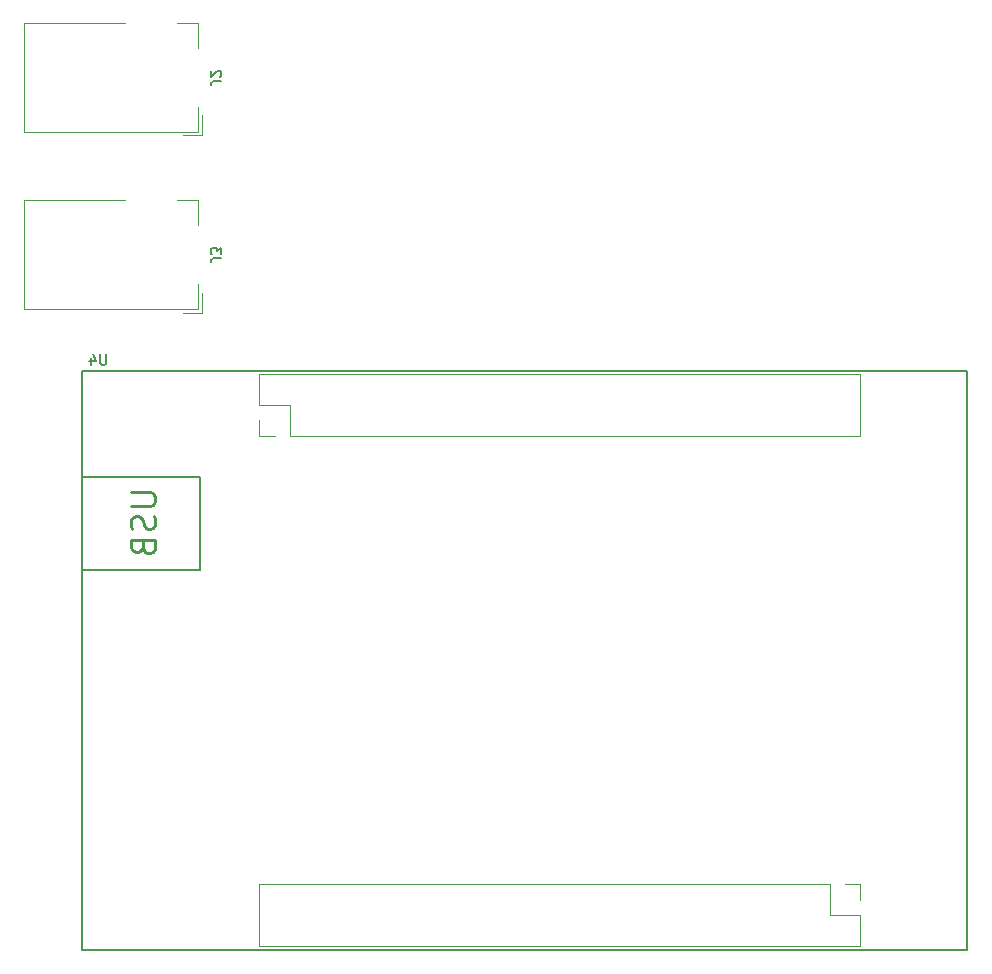
<source format=gbo>
%TF.GenerationSoftware,KiCad,Pcbnew,5.1.10-88a1d61d58~90~ubuntu20.04.1*%
%TF.CreationDate,2021-11-03T15:51:46-04:00*%
%TF.ProjectId,de0_nano_breakout,6465305f-6e61-46e6-9f5f-627265616b6f,rev?*%
%TF.SameCoordinates,Original*%
%TF.FileFunction,Legend,Bot*%
%TF.FilePolarity,Positive*%
%FSLAX46Y46*%
G04 Gerber Fmt 4.6, Leading zero omitted, Abs format (unit mm)*
G04 Created by KiCad (PCBNEW 5.1.10-88a1d61d58~90~ubuntu20.04.1) date 2021-11-03 15:51:46*
%MOMM*%
%LPD*%
G01*
G04 APERTURE LIST*
%ADD10C,0.200000*%
%ADD11C,0.120000*%
%ADD12C,0.175000*%
%ADD13C,0.250000*%
G04 APERTURE END LIST*
D10*
%TO.C,U4*%
X60150000Y-97200000D02*
X50244000Y-97200000D01*
X60150000Y-89326000D02*
X60150000Y-97200000D01*
X50244000Y-89326000D02*
X60150000Y-89326000D01*
X125130000Y-80309000D02*
X50200000Y-80309000D01*
X125130000Y-129331000D02*
X125130000Y-80309000D01*
X50200000Y-129331000D02*
X125130000Y-129331000D01*
X50200000Y-80309000D02*
X50200000Y-129331000D01*
D11*
X116090000Y-129010000D02*
X65170000Y-129010000D01*
X65170000Y-129010000D02*
X65170000Y-123810000D01*
X116090000Y-125140000D02*
X116090000Y-123810000D01*
X113490000Y-126410000D02*
X113490000Y-123810000D01*
X116090000Y-123810000D02*
X114760000Y-123810000D01*
X116090000Y-126410000D02*
X113490000Y-126410000D01*
X113490000Y-123810000D02*
X65170000Y-123810000D01*
X116090000Y-129010000D02*
X116090000Y-126410000D01*
X67770000Y-85830000D02*
X116090000Y-85830000D01*
X67770000Y-83230000D02*
X67770000Y-85830000D01*
X65170000Y-80630000D02*
X116090000Y-80630000D01*
X65170000Y-83230000D02*
X67770000Y-83230000D01*
X65170000Y-85830000D02*
X66500000Y-85830000D01*
X116090000Y-80630000D02*
X116090000Y-85830000D01*
X65170000Y-84500000D02*
X65170000Y-85830000D01*
X65170000Y-80630000D02*
X65170000Y-83230000D01*
%TO.C,J3*%
X60000000Y-75100000D02*
X60000000Y-73000000D01*
X60300000Y-75400000D02*
X58700000Y-75400000D01*
X60300000Y-73700000D02*
X60300000Y-75400000D01*
X60000000Y-65900000D02*
X58200000Y-65900000D01*
X60000000Y-68000000D02*
X60000000Y-65900000D01*
X45300000Y-75100000D02*
X60000000Y-75100000D01*
X45300000Y-65900000D02*
X45300000Y-75100000D01*
X53800000Y-65900000D02*
X45300000Y-65900000D01*
%TO.C,J2*%
X60000000Y-60100000D02*
X60000000Y-58000000D01*
X60300000Y-60400000D02*
X58700000Y-60400000D01*
X60300000Y-58700000D02*
X60300000Y-60400000D01*
X60000000Y-50900000D02*
X58200000Y-50900000D01*
X60000000Y-53000000D02*
X60000000Y-50900000D01*
X45300000Y-60100000D02*
X60000000Y-60100000D01*
X45300000Y-50900000D02*
X45300000Y-60100000D01*
X53800000Y-50900000D02*
X45300000Y-50900000D01*
%TO.C,U4*%
D12*
X52220476Y-78918095D02*
X52220476Y-79630476D01*
X52178571Y-79714285D01*
X52136666Y-79756190D01*
X52052857Y-79798095D01*
X51885238Y-79798095D01*
X51801428Y-79756190D01*
X51759523Y-79714285D01*
X51717619Y-79630476D01*
X51717619Y-78918095D01*
X50921428Y-79211428D02*
X50921428Y-79798095D01*
X51130952Y-78876190D02*
X51340476Y-79504761D01*
X50795714Y-79504761D01*
D13*
X54355761Y-90612190D02*
X55974809Y-90612190D01*
X56165285Y-90707428D01*
X56260523Y-90802666D01*
X56355761Y-90993142D01*
X56355761Y-91374095D01*
X56260523Y-91564571D01*
X56165285Y-91659809D01*
X55974809Y-91755047D01*
X54355761Y-91755047D01*
X56260523Y-92612190D02*
X56355761Y-92897904D01*
X56355761Y-93374095D01*
X56260523Y-93564571D01*
X56165285Y-93659809D01*
X55974809Y-93755047D01*
X55784333Y-93755047D01*
X55593857Y-93659809D01*
X55498619Y-93564571D01*
X55403380Y-93374095D01*
X55308142Y-92993142D01*
X55212904Y-92802666D01*
X55117666Y-92707428D01*
X54927190Y-92612190D01*
X54736714Y-92612190D01*
X54546238Y-92707428D01*
X54451000Y-92802666D01*
X54355761Y-92993142D01*
X54355761Y-93469333D01*
X54451000Y-93755047D01*
X55308142Y-95278857D02*
X55403380Y-95564571D01*
X55498619Y-95659809D01*
X55689095Y-95755047D01*
X55974809Y-95755047D01*
X56165285Y-95659809D01*
X56260523Y-95564571D01*
X56355761Y-95374095D01*
X56355761Y-94612190D01*
X54355761Y-94612190D01*
X54355761Y-95278857D01*
X54451000Y-95469333D01*
X54546238Y-95564571D01*
X54736714Y-95659809D01*
X54927190Y-95659809D01*
X55117666Y-95564571D01*
X55212904Y-95469333D01*
X55308142Y-95278857D01*
X55308142Y-94612190D01*
%TO.C,J3*%
D12*
X61981904Y-70793333D02*
X61353333Y-70793333D01*
X61227619Y-70835238D01*
X61143809Y-70919047D01*
X61101904Y-71044761D01*
X61101904Y-71128571D01*
X61981904Y-70458095D02*
X61981904Y-69913333D01*
X61646666Y-70206666D01*
X61646666Y-70080952D01*
X61604761Y-69997142D01*
X61562857Y-69955238D01*
X61479047Y-69913333D01*
X61269523Y-69913333D01*
X61185714Y-69955238D01*
X61143809Y-69997142D01*
X61101904Y-70080952D01*
X61101904Y-70332380D01*
X61143809Y-70416190D01*
X61185714Y-70458095D01*
%TO.C,J2*%
X61981904Y-55793333D02*
X61353333Y-55793333D01*
X61227619Y-55835238D01*
X61143809Y-55919047D01*
X61101904Y-56044761D01*
X61101904Y-56128571D01*
X61898095Y-55416190D02*
X61940000Y-55374285D01*
X61981904Y-55290476D01*
X61981904Y-55080952D01*
X61940000Y-54997142D01*
X61898095Y-54955238D01*
X61814285Y-54913333D01*
X61730476Y-54913333D01*
X61604761Y-54955238D01*
X61101904Y-55458095D01*
X61101904Y-54913333D01*
%TD*%
M02*

</source>
